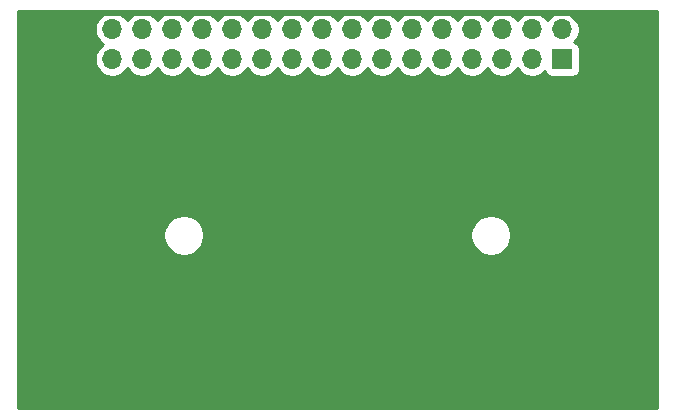
<source format=gbl>
%TF.GenerationSoftware,KiCad,Pcbnew,(5.1.10-1-10_14)*%
%TF.CreationDate,2023-08-18T21:43:18+08:00*%
%TF.ProjectId,GB_MemoryBackup_Subboard_A,47425f4d-656d-46f7-9279-4261636b7570,1.1*%
%TF.SameCoordinates,Original*%
%TF.FileFunction,Copper,L2,Bot*%
%TF.FilePolarity,Positive*%
%FSLAX46Y46*%
G04 Gerber Fmt 4.6, Leading zero omitted, Abs format (unit mm)*
G04 Created by KiCad (PCBNEW (5.1.10-1-10_14)) date 2023-08-18 21:43:18*
%MOMM*%
%LPD*%
G01*
G04 APERTURE LIST*
%TA.AperFunction,ComponentPad*%
%ADD10O,1.700000X1.700000*%
%TD*%
%TA.AperFunction,ComponentPad*%
%ADD11R,1.700000X1.700000*%
%TD*%
%TA.AperFunction,ViaPad*%
%ADD12C,0.800000*%
%TD*%
%TA.AperFunction,Conductor*%
%ADD13C,0.500000*%
%TD*%
%TA.AperFunction,Conductor*%
%ADD14C,0.254000*%
%TD*%
%TA.AperFunction,Conductor*%
%ADD15C,0.100000*%
%TD*%
G04 APERTURE END LIST*
D10*
%TO.P,J1,32*%
%TO.N,GND*%
X150430000Y-83890000D03*
%TO.P,J1,31*%
%TO.N,/AAudioIn*%
X150430000Y-86430000D03*
%TO.P,J1,30*%
%TO.N,/~ARST*%
X152970000Y-83890000D03*
%TO.P,J1,29*%
%TO.N,/AD7*%
X152970000Y-86430000D03*
%TO.P,J1,28*%
%TO.N,/AD6*%
X155510000Y-83890000D03*
%TO.P,J1,27*%
%TO.N,/AD5*%
X155510000Y-86430000D03*
%TO.P,J1,26*%
%TO.N,/AD4*%
X158050000Y-83890000D03*
%TO.P,J1,25*%
%TO.N,/AD3*%
X158050000Y-86430000D03*
%TO.P,J1,24*%
%TO.N,/AD2*%
X160590000Y-83890000D03*
%TO.P,J1,23*%
%TO.N,/AD1*%
X160590000Y-86430000D03*
%TO.P,J1,22*%
%TO.N,/AD0*%
X163130000Y-83890000D03*
%TO.P,J1,21*%
%TO.N,/AA15_T*%
X163130000Y-86430000D03*
%TO.P,J1,20*%
%TO.N,/AA14*%
X165670000Y-83890000D03*
%TO.P,J1,19*%
%TO.N,/AA13*%
X165670000Y-86430000D03*
%TO.P,J1,18*%
%TO.N,/AA12*%
X168210000Y-83890000D03*
%TO.P,J1,17*%
%TO.N,/AA11*%
X168210000Y-86430000D03*
%TO.P,J1,16*%
%TO.N,/AA10*%
X170750000Y-83890000D03*
%TO.P,J1,15*%
%TO.N,/AA9*%
X170750000Y-86430000D03*
%TO.P,J1,14*%
%TO.N,/AA8*%
X173290000Y-83890000D03*
%TO.P,J1,13*%
%TO.N,/AA7*%
X173290000Y-86430000D03*
%TO.P,J1,12*%
%TO.N,/AA6*%
X175830000Y-83890000D03*
%TO.P,J1,11*%
%TO.N,/AA5*%
X175830000Y-86430000D03*
%TO.P,J1,10*%
%TO.N,/AA4*%
X178370000Y-83890000D03*
%TO.P,J1,9*%
%TO.N,/AA3*%
X178370000Y-86430000D03*
%TO.P,J1,8*%
%TO.N,/AA2*%
X180910000Y-83890000D03*
%TO.P,J1,7*%
%TO.N,/AA1*%
X180910000Y-86430000D03*
%TO.P,J1,6*%
%TO.N,/AA0*%
X183450000Y-83890000D03*
%TO.P,J1,5*%
%TO.N,/~ASRAM_CS*%
X183450000Y-86430000D03*
%TO.P,J1,4*%
%TO.N,/~ARD_T*%
X185990000Y-83890000D03*
%TO.P,J1,3*%
%TO.N,/~AWR_T*%
X185990000Y-86430000D03*
%TO.P,J1,2*%
%TO.N,/ACLK*%
X188530000Y-83890000D03*
D11*
%TO.P,J1,1*%
%TO.N,+5V*%
X188530000Y-86430000D03*
%TD*%
D12*
%TO.N,/CartSlot_5V_Input*%
X144140000Y-82980000D03*
X194540000Y-88290000D03*
%TD*%
D13*
%TO.N,/CartSlot_5V_Input*%
X144650001Y-82469999D02*
X144140000Y-82980000D01*
X194540000Y-87724315D02*
X189285684Y-82469999D01*
X189285684Y-82469999D02*
X144650001Y-82469999D01*
X194540000Y-88290000D02*
X194540000Y-87724315D01*
%TD*%
D14*
%TO.N,/CartSlot_5V_Input*%
X196545001Y-115995000D02*
X142415000Y-115995000D01*
X142415000Y-101169117D01*
X154745000Y-101169117D01*
X154745000Y-101510883D01*
X154811675Y-101846081D01*
X154942463Y-102161831D01*
X155132337Y-102445998D01*
X155374002Y-102687663D01*
X155658169Y-102877537D01*
X155973919Y-103008325D01*
X156309117Y-103075000D01*
X156650883Y-103075000D01*
X156986081Y-103008325D01*
X157301831Y-102877537D01*
X157585998Y-102687663D01*
X157827663Y-102445998D01*
X158017537Y-102161831D01*
X158148325Y-101846081D01*
X158215000Y-101510883D01*
X158215000Y-101169117D01*
X180745000Y-101169117D01*
X180745000Y-101510883D01*
X180811675Y-101846081D01*
X180942463Y-102161831D01*
X181132337Y-102445998D01*
X181374002Y-102687663D01*
X181658169Y-102877537D01*
X181973919Y-103008325D01*
X182309117Y-103075000D01*
X182650883Y-103075000D01*
X182986081Y-103008325D01*
X183301831Y-102877537D01*
X183585998Y-102687663D01*
X183827663Y-102445998D01*
X184017537Y-102161831D01*
X184148325Y-101846081D01*
X184215000Y-101510883D01*
X184215000Y-101169117D01*
X184148325Y-100833919D01*
X184017537Y-100518169D01*
X183827663Y-100234002D01*
X183585998Y-99992337D01*
X183301831Y-99802463D01*
X182986081Y-99671675D01*
X182650883Y-99605000D01*
X182309117Y-99605000D01*
X181973919Y-99671675D01*
X181658169Y-99802463D01*
X181374002Y-99992337D01*
X181132337Y-100234002D01*
X180942463Y-100518169D01*
X180811675Y-100833919D01*
X180745000Y-101169117D01*
X158215000Y-101169117D01*
X158148325Y-100833919D01*
X158017537Y-100518169D01*
X157827663Y-100234002D01*
X157585998Y-99992337D01*
X157301831Y-99802463D01*
X156986081Y-99671675D01*
X156650883Y-99605000D01*
X156309117Y-99605000D01*
X155973919Y-99671675D01*
X155658169Y-99802463D01*
X155374002Y-99992337D01*
X155132337Y-100234002D01*
X154942463Y-100518169D01*
X154811675Y-100833919D01*
X154745000Y-101169117D01*
X142415000Y-101169117D01*
X142415000Y-83743740D01*
X148945000Y-83743740D01*
X148945000Y-84036260D01*
X149002068Y-84323158D01*
X149114010Y-84593411D01*
X149276525Y-84836632D01*
X149483368Y-85043475D01*
X149657760Y-85160000D01*
X149483368Y-85276525D01*
X149276525Y-85483368D01*
X149114010Y-85726589D01*
X149002068Y-85996842D01*
X148945000Y-86283740D01*
X148945000Y-86576260D01*
X149002068Y-86863158D01*
X149114010Y-87133411D01*
X149276525Y-87376632D01*
X149483368Y-87583475D01*
X149726589Y-87745990D01*
X149996842Y-87857932D01*
X150283740Y-87915000D01*
X150576260Y-87915000D01*
X150863158Y-87857932D01*
X151133411Y-87745990D01*
X151376632Y-87583475D01*
X151583475Y-87376632D01*
X151700000Y-87202240D01*
X151816525Y-87376632D01*
X152023368Y-87583475D01*
X152266589Y-87745990D01*
X152536842Y-87857932D01*
X152823740Y-87915000D01*
X153116260Y-87915000D01*
X153403158Y-87857932D01*
X153673411Y-87745990D01*
X153916632Y-87583475D01*
X154123475Y-87376632D01*
X154240000Y-87202240D01*
X154356525Y-87376632D01*
X154563368Y-87583475D01*
X154806589Y-87745990D01*
X155076842Y-87857932D01*
X155363740Y-87915000D01*
X155656260Y-87915000D01*
X155943158Y-87857932D01*
X156213411Y-87745990D01*
X156456632Y-87583475D01*
X156663475Y-87376632D01*
X156780000Y-87202240D01*
X156896525Y-87376632D01*
X157103368Y-87583475D01*
X157346589Y-87745990D01*
X157616842Y-87857932D01*
X157903740Y-87915000D01*
X158196260Y-87915000D01*
X158483158Y-87857932D01*
X158753411Y-87745990D01*
X158996632Y-87583475D01*
X159203475Y-87376632D01*
X159320000Y-87202240D01*
X159436525Y-87376632D01*
X159643368Y-87583475D01*
X159886589Y-87745990D01*
X160156842Y-87857932D01*
X160443740Y-87915000D01*
X160736260Y-87915000D01*
X161023158Y-87857932D01*
X161293411Y-87745990D01*
X161536632Y-87583475D01*
X161743475Y-87376632D01*
X161860000Y-87202240D01*
X161976525Y-87376632D01*
X162183368Y-87583475D01*
X162426589Y-87745990D01*
X162696842Y-87857932D01*
X162983740Y-87915000D01*
X163276260Y-87915000D01*
X163563158Y-87857932D01*
X163833411Y-87745990D01*
X164076632Y-87583475D01*
X164283475Y-87376632D01*
X164400000Y-87202240D01*
X164516525Y-87376632D01*
X164723368Y-87583475D01*
X164966589Y-87745990D01*
X165236842Y-87857932D01*
X165523740Y-87915000D01*
X165816260Y-87915000D01*
X166103158Y-87857932D01*
X166373411Y-87745990D01*
X166616632Y-87583475D01*
X166823475Y-87376632D01*
X166940000Y-87202240D01*
X167056525Y-87376632D01*
X167263368Y-87583475D01*
X167506589Y-87745990D01*
X167776842Y-87857932D01*
X168063740Y-87915000D01*
X168356260Y-87915000D01*
X168643158Y-87857932D01*
X168913411Y-87745990D01*
X169156632Y-87583475D01*
X169363475Y-87376632D01*
X169480000Y-87202240D01*
X169596525Y-87376632D01*
X169803368Y-87583475D01*
X170046589Y-87745990D01*
X170316842Y-87857932D01*
X170603740Y-87915000D01*
X170896260Y-87915000D01*
X171183158Y-87857932D01*
X171453411Y-87745990D01*
X171696632Y-87583475D01*
X171903475Y-87376632D01*
X172020000Y-87202240D01*
X172136525Y-87376632D01*
X172343368Y-87583475D01*
X172586589Y-87745990D01*
X172856842Y-87857932D01*
X173143740Y-87915000D01*
X173436260Y-87915000D01*
X173723158Y-87857932D01*
X173993411Y-87745990D01*
X174236632Y-87583475D01*
X174443475Y-87376632D01*
X174560000Y-87202240D01*
X174676525Y-87376632D01*
X174883368Y-87583475D01*
X175126589Y-87745990D01*
X175396842Y-87857932D01*
X175683740Y-87915000D01*
X175976260Y-87915000D01*
X176263158Y-87857932D01*
X176533411Y-87745990D01*
X176776632Y-87583475D01*
X176983475Y-87376632D01*
X177100000Y-87202240D01*
X177216525Y-87376632D01*
X177423368Y-87583475D01*
X177666589Y-87745990D01*
X177936842Y-87857932D01*
X178223740Y-87915000D01*
X178516260Y-87915000D01*
X178803158Y-87857932D01*
X179073411Y-87745990D01*
X179316632Y-87583475D01*
X179523475Y-87376632D01*
X179640000Y-87202240D01*
X179756525Y-87376632D01*
X179963368Y-87583475D01*
X180206589Y-87745990D01*
X180476842Y-87857932D01*
X180763740Y-87915000D01*
X181056260Y-87915000D01*
X181343158Y-87857932D01*
X181613411Y-87745990D01*
X181856632Y-87583475D01*
X182063475Y-87376632D01*
X182180000Y-87202240D01*
X182296525Y-87376632D01*
X182503368Y-87583475D01*
X182746589Y-87745990D01*
X183016842Y-87857932D01*
X183303740Y-87915000D01*
X183596260Y-87915000D01*
X183883158Y-87857932D01*
X184153411Y-87745990D01*
X184396632Y-87583475D01*
X184603475Y-87376632D01*
X184720000Y-87202240D01*
X184836525Y-87376632D01*
X185043368Y-87583475D01*
X185286589Y-87745990D01*
X185556842Y-87857932D01*
X185843740Y-87915000D01*
X186136260Y-87915000D01*
X186423158Y-87857932D01*
X186693411Y-87745990D01*
X186936632Y-87583475D01*
X187068487Y-87451620D01*
X187090498Y-87524180D01*
X187149463Y-87634494D01*
X187228815Y-87731185D01*
X187325506Y-87810537D01*
X187435820Y-87869502D01*
X187555518Y-87905812D01*
X187680000Y-87918072D01*
X189380000Y-87918072D01*
X189504482Y-87905812D01*
X189624180Y-87869502D01*
X189734494Y-87810537D01*
X189831185Y-87731185D01*
X189910537Y-87634494D01*
X189969502Y-87524180D01*
X190005812Y-87404482D01*
X190018072Y-87280000D01*
X190018072Y-85580000D01*
X190005812Y-85455518D01*
X189969502Y-85335820D01*
X189910537Y-85225506D01*
X189831185Y-85128815D01*
X189734494Y-85049463D01*
X189624180Y-84990498D01*
X189551620Y-84968487D01*
X189683475Y-84836632D01*
X189845990Y-84593411D01*
X189957932Y-84323158D01*
X190015000Y-84036260D01*
X190015000Y-83743740D01*
X189957932Y-83456842D01*
X189845990Y-83186589D01*
X189683475Y-82943368D01*
X189476632Y-82736525D01*
X189233411Y-82574010D01*
X188963158Y-82462068D01*
X188676260Y-82405000D01*
X188383740Y-82405000D01*
X188096842Y-82462068D01*
X187826589Y-82574010D01*
X187583368Y-82736525D01*
X187376525Y-82943368D01*
X187260000Y-83117760D01*
X187143475Y-82943368D01*
X186936632Y-82736525D01*
X186693411Y-82574010D01*
X186423158Y-82462068D01*
X186136260Y-82405000D01*
X185843740Y-82405000D01*
X185556842Y-82462068D01*
X185286589Y-82574010D01*
X185043368Y-82736525D01*
X184836525Y-82943368D01*
X184720000Y-83117760D01*
X184603475Y-82943368D01*
X184396632Y-82736525D01*
X184153411Y-82574010D01*
X183883158Y-82462068D01*
X183596260Y-82405000D01*
X183303740Y-82405000D01*
X183016842Y-82462068D01*
X182746589Y-82574010D01*
X182503368Y-82736525D01*
X182296525Y-82943368D01*
X182180000Y-83117760D01*
X182063475Y-82943368D01*
X181856632Y-82736525D01*
X181613411Y-82574010D01*
X181343158Y-82462068D01*
X181056260Y-82405000D01*
X180763740Y-82405000D01*
X180476842Y-82462068D01*
X180206589Y-82574010D01*
X179963368Y-82736525D01*
X179756525Y-82943368D01*
X179640000Y-83117760D01*
X179523475Y-82943368D01*
X179316632Y-82736525D01*
X179073411Y-82574010D01*
X178803158Y-82462068D01*
X178516260Y-82405000D01*
X178223740Y-82405000D01*
X177936842Y-82462068D01*
X177666589Y-82574010D01*
X177423368Y-82736525D01*
X177216525Y-82943368D01*
X177100000Y-83117760D01*
X176983475Y-82943368D01*
X176776632Y-82736525D01*
X176533411Y-82574010D01*
X176263158Y-82462068D01*
X175976260Y-82405000D01*
X175683740Y-82405000D01*
X175396842Y-82462068D01*
X175126589Y-82574010D01*
X174883368Y-82736525D01*
X174676525Y-82943368D01*
X174560000Y-83117760D01*
X174443475Y-82943368D01*
X174236632Y-82736525D01*
X173993411Y-82574010D01*
X173723158Y-82462068D01*
X173436260Y-82405000D01*
X173143740Y-82405000D01*
X172856842Y-82462068D01*
X172586589Y-82574010D01*
X172343368Y-82736525D01*
X172136525Y-82943368D01*
X172020000Y-83117760D01*
X171903475Y-82943368D01*
X171696632Y-82736525D01*
X171453411Y-82574010D01*
X171183158Y-82462068D01*
X170896260Y-82405000D01*
X170603740Y-82405000D01*
X170316842Y-82462068D01*
X170046589Y-82574010D01*
X169803368Y-82736525D01*
X169596525Y-82943368D01*
X169480000Y-83117760D01*
X169363475Y-82943368D01*
X169156632Y-82736525D01*
X168913411Y-82574010D01*
X168643158Y-82462068D01*
X168356260Y-82405000D01*
X168063740Y-82405000D01*
X167776842Y-82462068D01*
X167506589Y-82574010D01*
X167263368Y-82736525D01*
X167056525Y-82943368D01*
X166940000Y-83117760D01*
X166823475Y-82943368D01*
X166616632Y-82736525D01*
X166373411Y-82574010D01*
X166103158Y-82462068D01*
X165816260Y-82405000D01*
X165523740Y-82405000D01*
X165236842Y-82462068D01*
X164966589Y-82574010D01*
X164723368Y-82736525D01*
X164516525Y-82943368D01*
X164400000Y-83117760D01*
X164283475Y-82943368D01*
X164076632Y-82736525D01*
X163833411Y-82574010D01*
X163563158Y-82462068D01*
X163276260Y-82405000D01*
X162983740Y-82405000D01*
X162696842Y-82462068D01*
X162426589Y-82574010D01*
X162183368Y-82736525D01*
X161976525Y-82943368D01*
X161860000Y-83117760D01*
X161743475Y-82943368D01*
X161536632Y-82736525D01*
X161293411Y-82574010D01*
X161023158Y-82462068D01*
X160736260Y-82405000D01*
X160443740Y-82405000D01*
X160156842Y-82462068D01*
X159886589Y-82574010D01*
X159643368Y-82736525D01*
X159436525Y-82943368D01*
X159320000Y-83117760D01*
X159203475Y-82943368D01*
X158996632Y-82736525D01*
X158753411Y-82574010D01*
X158483158Y-82462068D01*
X158196260Y-82405000D01*
X157903740Y-82405000D01*
X157616842Y-82462068D01*
X157346589Y-82574010D01*
X157103368Y-82736525D01*
X156896525Y-82943368D01*
X156780000Y-83117760D01*
X156663475Y-82943368D01*
X156456632Y-82736525D01*
X156213411Y-82574010D01*
X155943158Y-82462068D01*
X155656260Y-82405000D01*
X155363740Y-82405000D01*
X155076842Y-82462068D01*
X154806589Y-82574010D01*
X154563368Y-82736525D01*
X154356525Y-82943368D01*
X154240000Y-83117760D01*
X154123475Y-82943368D01*
X153916632Y-82736525D01*
X153673411Y-82574010D01*
X153403158Y-82462068D01*
X153116260Y-82405000D01*
X152823740Y-82405000D01*
X152536842Y-82462068D01*
X152266589Y-82574010D01*
X152023368Y-82736525D01*
X151816525Y-82943368D01*
X151700000Y-83117760D01*
X151583475Y-82943368D01*
X151376632Y-82736525D01*
X151133411Y-82574010D01*
X150863158Y-82462068D01*
X150576260Y-82405000D01*
X150283740Y-82405000D01*
X149996842Y-82462068D01*
X149726589Y-82574010D01*
X149483368Y-82736525D01*
X149276525Y-82943368D01*
X149114010Y-83186589D01*
X149002068Y-83456842D01*
X148945000Y-83743740D01*
X142415000Y-83743740D01*
X142415000Y-82365000D01*
X196545000Y-82365000D01*
X196545001Y-115995000D01*
%TA.AperFunction,Conductor*%
D15*
G36*
X196545001Y-115995000D02*
G01*
X142415000Y-115995000D01*
X142415000Y-101169117D01*
X154745000Y-101169117D01*
X154745000Y-101510883D01*
X154811675Y-101846081D01*
X154942463Y-102161831D01*
X155132337Y-102445998D01*
X155374002Y-102687663D01*
X155658169Y-102877537D01*
X155973919Y-103008325D01*
X156309117Y-103075000D01*
X156650883Y-103075000D01*
X156986081Y-103008325D01*
X157301831Y-102877537D01*
X157585998Y-102687663D01*
X157827663Y-102445998D01*
X158017537Y-102161831D01*
X158148325Y-101846081D01*
X158215000Y-101510883D01*
X158215000Y-101169117D01*
X180745000Y-101169117D01*
X180745000Y-101510883D01*
X180811675Y-101846081D01*
X180942463Y-102161831D01*
X181132337Y-102445998D01*
X181374002Y-102687663D01*
X181658169Y-102877537D01*
X181973919Y-103008325D01*
X182309117Y-103075000D01*
X182650883Y-103075000D01*
X182986081Y-103008325D01*
X183301831Y-102877537D01*
X183585998Y-102687663D01*
X183827663Y-102445998D01*
X184017537Y-102161831D01*
X184148325Y-101846081D01*
X184215000Y-101510883D01*
X184215000Y-101169117D01*
X184148325Y-100833919D01*
X184017537Y-100518169D01*
X183827663Y-100234002D01*
X183585998Y-99992337D01*
X183301831Y-99802463D01*
X182986081Y-99671675D01*
X182650883Y-99605000D01*
X182309117Y-99605000D01*
X181973919Y-99671675D01*
X181658169Y-99802463D01*
X181374002Y-99992337D01*
X181132337Y-100234002D01*
X180942463Y-100518169D01*
X180811675Y-100833919D01*
X180745000Y-101169117D01*
X158215000Y-101169117D01*
X158148325Y-100833919D01*
X158017537Y-100518169D01*
X157827663Y-100234002D01*
X157585998Y-99992337D01*
X157301831Y-99802463D01*
X156986081Y-99671675D01*
X156650883Y-99605000D01*
X156309117Y-99605000D01*
X155973919Y-99671675D01*
X155658169Y-99802463D01*
X155374002Y-99992337D01*
X155132337Y-100234002D01*
X154942463Y-100518169D01*
X154811675Y-100833919D01*
X154745000Y-101169117D01*
X142415000Y-101169117D01*
X142415000Y-83743740D01*
X148945000Y-83743740D01*
X148945000Y-84036260D01*
X149002068Y-84323158D01*
X149114010Y-84593411D01*
X149276525Y-84836632D01*
X149483368Y-85043475D01*
X149657760Y-85160000D01*
X149483368Y-85276525D01*
X149276525Y-85483368D01*
X149114010Y-85726589D01*
X149002068Y-85996842D01*
X148945000Y-86283740D01*
X148945000Y-86576260D01*
X149002068Y-86863158D01*
X149114010Y-87133411D01*
X149276525Y-87376632D01*
X149483368Y-87583475D01*
X149726589Y-87745990D01*
X149996842Y-87857932D01*
X150283740Y-87915000D01*
X150576260Y-87915000D01*
X150863158Y-87857932D01*
X151133411Y-87745990D01*
X151376632Y-87583475D01*
X151583475Y-87376632D01*
X151700000Y-87202240D01*
X151816525Y-87376632D01*
X152023368Y-87583475D01*
X152266589Y-87745990D01*
X152536842Y-87857932D01*
X152823740Y-87915000D01*
X153116260Y-87915000D01*
X153403158Y-87857932D01*
X153673411Y-87745990D01*
X153916632Y-87583475D01*
X154123475Y-87376632D01*
X154240000Y-87202240D01*
X154356525Y-87376632D01*
X154563368Y-87583475D01*
X154806589Y-87745990D01*
X155076842Y-87857932D01*
X155363740Y-87915000D01*
X155656260Y-87915000D01*
X155943158Y-87857932D01*
X156213411Y-87745990D01*
X156456632Y-87583475D01*
X156663475Y-87376632D01*
X156780000Y-87202240D01*
X156896525Y-87376632D01*
X157103368Y-87583475D01*
X157346589Y-87745990D01*
X157616842Y-87857932D01*
X157903740Y-87915000D01*
X158196260Y-87915000D01*
X158483158Y-87857932D01*
X158753411Y-87745990D01*
X158996632Y-87583475D01*
X159203475Y-87376632D01*
X159320000Y-87202240D01*
X159436525Y-87376632D01*
X159643368Y-87583475D01*
X159886589Y-87745990D01*
X160156842Y-87857932D01*
X160443740Y-87915000D01*
X160736260Y-87915000D01*
X161023158Y-87857932D01*
X161293411Y-87745990D01*
X161536632Y-87583475D01*
X161743475Y-87376632D01*
X161860000Y-87202240D01*
X161976525Y-87376632D01*
X162183368Y-87583475D01*
X162426589Y-87745990D01*
X162696842Y-87857932D01*
X162983740Y-87915000D01*
X163276260Y-87915000D01*
X163563158Y-87857932D01*
X163833411Y-87745990D01*
X164076632Y-87583475D01*
X164283475Y-87376632D01*
X164400000Y-87202240D01*
X164516525Y-87376632D01*
X164723368Y-87583475D01*
X164966589Y-87745990D01*
X165236842Y-87857932D01*
X165523740Y-87915000D01*
X165816260Y-87915000D01*
X166103158Y-87857932D01*
X166373411Y-87745990D01*
X166616632Y-87583475D01*
X166823475Y-87376632D01*
X166940000Y-87202240D01*
X167056525Y-87376632D01*
X167263368Y-87583475D01*
X167506589Y-87745990D01*
X167776842Y-87857932D01*
X168063740Y-87915000D01*
X168356260Y-87915000D01*
X168643158Y-87857932D01*
X168913411Y-87745990D01*
X169156632Y-87583475D01*
X169363475Y-87376632D01*
X169480000Y-87202240D01*
X169596525Y-87376632D01*
X169803368Y-87583475D01*
X170046589Y-87745990D01*
X170316842Y-87857932D01*
X170603740Y-87915000D01*
X170896260Y-87915000D01*
X171183158Y-87857932D01*
X171453411Y-87745990D01*
X171696632Y-87583475D01*
X171903475Y-87376632D01*
X172020000Y-87202240D01*
X172136525Y-87376632D01*
X172343368Y-87583475D01*
X172586589Y-87745990D01*
X172856842Y-87857932D01*
X173143740Y-87915000D01*
X173436260Y-87915000D01*
X173723158Y-87857932D01*
X173993411Y-87745990D01*
X174236632Y-87583475D01*
X174443475Y-87376632D01*
X174560000Y-87202240D01*
X174676525Y-87376632D01*
X174883368Y-87583475D01*
X175126589Y-87745990D01*
X175396842Y-87857932D01*
X175683740Y-87915000D01*
X175976260Y-87915000D01*
X176263158Y-87857932D01*
X176533411Y-87745990D01*
X176776632Y-87583475D01*
X176983475Y-87376632D01*
X177100000Y-87202240D01*
X177216525Y-87376632D01*
X177423368Y-87583475D01*
X177666589Y-87745990D01*
X177936842Y-87857932D01*
X178223740Y-87915000D01*
X178516260Y-87915000D01*
X178803158Y-87857932D01*
X179073411Y-87745990D01*
X179316632Y-87583475D01*
X179523475Y-87376632D01*
X179640000Y-87202240D01*
X179756525Y-87376632D01*
X179963368Y-87583475D01*
X180206589Y-87745990D01*
X180476842Y-87857932D01*
X180763740Y-87915000D01*
X181056260Y-87915000D01*
X181343158Y-87857932D01*
X181613411Y-87745990D01*
X181856632Y-87583475D01*
X182063475Y-87376632D01*
X182180000Y-87202240D01*
X182296525Y-87376632D01*
X182503368Y-87583475D01*
X182746589Y-87745990D01*
X183016842Y-87857932D01*
X183303740Y-87915000D01*
X183596260Y-87915000D01*
X183883158Y-87857932D01*
X184153411Y-87745990D01*
X184396632Y-87583475D01*
X184603475Y-87376632D01*
X184720000Y-87202240D01*
X184836525Y-87376632D01*
X185043368Y-87583475D01*
X185286589Y-87745990D01*
X185556842Y-87857932D01*
X185843740Y-87915000D01*
X186136260Y-87915000D01*
X186423158Y-87857932D01*
X186693411Y-87745990D01*
X186936632Y-87583475D01*
X187068487Y-87451620D01*
X187090498Y-87524180D01*
X187149463Y-87634494D01*
X187228815Y-87731185D01*
X187325506Y-87810537D01*
X187435820Y-87869502D01*
X187555518Y-87905812D01*
X187680000Y-87918072D01*
X189380000Y-87918072D01*
X189504482Y-87905812D01*
X189624180Y-87869502D01*
X189734494Y-87810537D01*
X189831185Y-87731185D01*
X189910537Y-87634494D01*
X189969502Y-87524180D01*
X190005812Y-87404482D01*
X190018072Y-87280000D01*
X190018072Y-85580000D01*
X190005812Y-85455518D01*
X189969502Y-85335820D01*
X189910537Y-85225506D01*
X189831185Y-85128815D01*
X189734494Y-85049463D01*
X189624180Y-84990498D01*
X189551620Y-84968487D01*
X189683475Y-84836632D01*
X189845990Y-84593411D01*
X189957932Y-84323158D01*
X190015000Y-84036260D01*
X190015000Y-83743740D01*
X189957932Y-83456842D01*
X189845990Y-83186589D01*
X189683475Y-82943368D01*
X189476632Y-82736525D01*
X189233411Y-82574010D01*
X188963158Y-82462068D01*
X188676260Y-82405000D01*
X188383740Y-82405000D01*
X188096842Y-82462068D01*
X187826589Y-82574010D01*
X187583368Y-82736525D01*
X187376525Y-82943368D01*
X187260000Y-83117760D01*
X187143475Y-82943368D01*
X186936632Y-82736525D01*
X186693411Y-82574010D01*
X186423158Y-82462068D01*
X186136260Y-82405000D01*
X185843740Y-82405000D01*
X185556842Y-82462068D01*
X185286589Y-82574010D01*
X185043368Y-82736525D01*
X184836525Y-82943368D01*
X184720000Y-83117760D01*
X184603475Y-82943368D01*
X184396632Y-82736525D01*
X184153411Y-82574010D01*
X183883158Y-82462068D01*
X183596260Y-82405000D01*
X183303740Y-82405000D01*
X183016842Y-82462068D01*
X182746589Y-82574010D01*
X182503368Y-82736525D01*
X182296525Y-82943368D01*
X182180000Y-83117760D01*
X182063475Y-82943368D01*
X181856632Y-82736525D01*
X181613411Y-82574010D01*
X181343158Y-82462068D01*
X181056260Y-82405000D01*
X180763740Y-82405000D01*
X180476842Y-82462068D01*
X180206589Y-82574010D01*
X179963368Y-82736525D01*
X179756525Y-82943368D01*
X179640000Y-83117760D01*
X179523475Y-82943368D01*
X179316632Y-82736525D01*
X179073411Y-82574010D01*
X178803158Y-82462068D01*
X178516260Y-82405000D01*
X178223740Y-82405000D01*
X177936842Y-82462068D01*
X177666589Y-82574010D01*
X177423368Y-82736525D01*
X177216525Y-82943368D01*
X177100000Y-83117760D01*
X176983475Y-82943368D01*
X176776632Y-82736525D01*
X176533411Y-82574010D01*
X176263158Y-82462068D01*
X175976260Y-82405000D01*
X175683740Y-82405000D01*
X175396842Y-82462068D01*
X175126589Y-82574010D01*
X174883368Y-82736525D01*
X174676525Y-82943368D01*
X174560000Y-83117760D01*
X174443475Y-82943368D01*
X174236632Y-82736525D01*
X173993411Y-82574010D01*
X173723158Y-82462068D01*
X173436260Y-82405000D01*
X173143740Y-82405000D01*
X172856842Y-82462068D01*
X172586589Y-82574010D01*
X172343368Y-82736525D01*
X172136525Y-82943368D01*
X172020000Y-83117760D01*
X171903475Y-82943368D01*
X171696632Y-82736525D01*
X171453411Y-82574010D01*
X171183158Y-82462068D01*
X170896260Y-82405000D01*
X170603740Y-82405000D01*
X170316842Y-82462068D01*
X170046589Y-82574010D01*
X169803368Y-82736525D01*
X169596525Y-82943368D01*
X169480000Y-83117760D01*
X169363475Y-82943368D01*
X169156632Y-82736525D01*
X168913411Y-82574010D01*
X168643158Y-82462068D01*
X168356260Y-82405000D01*
X168063740Y-82405000D01*
X167776842Y-82462068D01*
X167506589Y-82574010D01*
X167263368Y-82736525D01*
X167056525Y-82943368D01*
X166940000Y-83117760D01*
X166823475Y-82943368D01*
X166616632Y-82736525D01*
X166373411Y-82574010D01*
X166103158Y-82462068D01*
X165816260Y-82405000D01*
X165523740Y-82405000D01*
X165236842Y-82462068D01*
X164966589Y-82574010D01*
X164723368Y-82736525D01*
X164516525Y-82943368D01*
X164400000Y-83117760D01*
X164283475Y-82943368D01*
X164076632Y-82736525D01*
X163833411Y-82574010D01*
X163563158Y-82462068D01*
X163276260Y-82405000D01*
X162983740Y-82405000D01*
X162696842Y-82462068D01*
X162426589Y-82574010D01*
X162183368Y-82736525D01*
X161976525Y-82943368D01*
X161860000Y-83117760D01*
X161743475Y-82943368D01*
X161536632Y-82736525D01*
X161293411Y-82574010D01*
X161023158Y-82462068D01*
X160736260Y-82405000D01*
X160443740Y-82405000D01*
X160156842Y-82462068D01*
X159886589Y-82574010D01*
X159643368Y-82736525D01*
X159436525Y-82943368D01*
X159320000Y-83117760D01*
X159203475Y-82943368D01*
X158996632Y-82736525D01*
X158753411Y-82574010D01*
X158483158Y-82462068D01*
X158196260Y-82405000D01*
X157903740Y-82405000D01*
X157616842Y-82462068D01*
X157346589Y-82574010D01*
X157103368Y-82736525D01*
X156896525Y-82943368D01*
X156780000Y-83117760D01*
X156663475Y-82943368D01*
X156456632Y-82736525D01*
X156213411Y-82574010D01*
X155943158Y-82462068D01*
X155656260Y-82405000D01*
X155363740Y-82405000D01*
X155076842Y-82462068D01*
X154806589Y-82574010D01*
X154563368Y-82736525D01*
X154356525Y-82943368D01*
X154240000Y-83117760D01*
X154123475Y-82943368D01*
X153916632Y-82736525D01*
X153673411Y-82574010D01*
X153403158Y-82462068D01*
X153116260Y-82405000D01*
X152823740Y-82405000D01*
X152536842Y-82462068D01*
X152266589Y-82574010D01*
X152023368Y-82736525D01*
X151816525Y-82943368D01*
X151700000Y-83117760D01*
X151583475Y-82943368D01*
X151376632Y-82736525D01*
X151133411Y-82574010D01*
X150863158Y-82462068D01*
X150576260Y-82405000D01*
X150283740Y-82405000D01*
X149996842Y-82462068D01*
X149726589Y-82574010D01*
X149483368Y-82736525D01*
X149276525Y-82943368D01*
X149114010Y-83186589D01*
X149002068Y-83456842D01*
X148945000Y-83743740D01*
X142415000Y-83743740D01*
X142415000Y-82365000D01*
X196545000Y-82365000D01*
X196545001Y-115995000D01*
G37*
%TD.AperFunction*%
%TD*%
M02*

</source>
